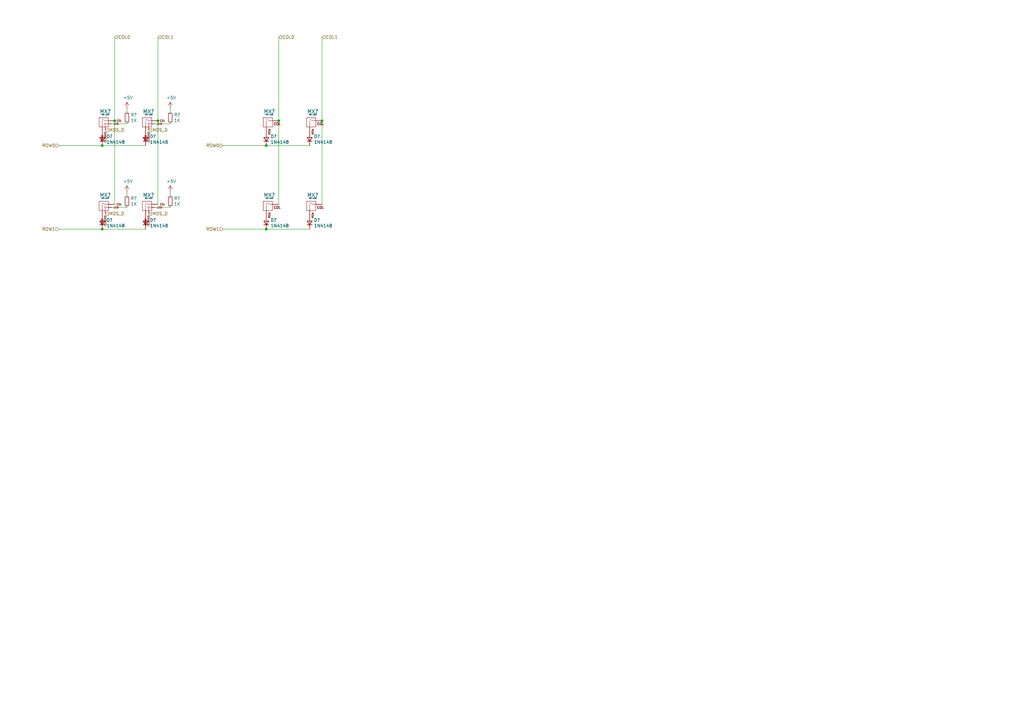
<source format=kicad_sch>
(kicad_sch (version 20211123) (generator eeschema)
  (paper "A3")
  (lib_symbols
    (symbol "Device:D_Small" (pin_numbers hide) (pin_names (offset 0.254) hide)
      (property "Reference" "D" (at -1.27 2.032 0))
      (property "Value" "D_Small" (at -3.81 -2.032 0))
      (symbol "D_Small_0_1"
        (polyline (pts (xy -0.762 -1.016) (xy -0.762 1.016)) (stroke (width 0.254)))
        (polyline (pts (xy -0.762 0) (xy 0.762 0)))
        (polyline (pts (xy 0.762 -1.016) (xy -0.762 0) (xy 0.762 1.016) (xy 0.762 -1.016)) (stroke (width 0.254)))
      )
      (symbol "D_Small_1_1"
        (pin passive line (at -2.54 0 0) (length 1.778) (name "K") (number "1"))
        (pin passive line (at 2.54 0 180) (length 1.778) (name "A") (number "2"))
      )
    )
    (symbol "Device:R_Small" (pin_numbers hide) (pin_names (offset 0.254) hide)
      (property "Reference" "R" (at 0.762 0.508 0))
      (property "Value" "R_Small" (at 0.762 -1.016 0))
      (symbol "R_Small_0_1"
        (rectangle (start -0.762 1.778) (end 0.762 -1.778) (stroke (width 0.2032)))
      )
      (symbol "R_Small_1_1"
        (pin passive line (at 0 2.54 270) (length 0.762) (name "~") (number "1"))
        (pin passive line (at 0 -2.54 90) (length 0.762) (name "~") (number "2"))
      )
    )
    (symbol "MX_Alps_Hybrid:MX-LED" (pin_names (offset 1.016))
      (property "Reference" "MX" (at -0.635 3.81 0))
      (property "Value" "MX-LED" (at -0.635 1.27 0))
      (symbol "MX-LED_0_0"
        (rectangle (start -2.54 2.54) (end 1.27 -1.27))
        (polyline (pts (xy -1.27 -1.27) (xy -1.27 1.27)) (stroke (width 0.127)))
        (polyline (pts (xy 0 -1.27) (xy 0 -0.635)) (stroke (width 0.127)))
        (polyline (pts (xy 1.27 0) (xy 0.635 0)) (stroke (width 0.127)))
        (polyline (pts (xy 1.27 1.27) (xy 0 1.27) (xy -1.27 1.905)) (stroke (width 0.127)))
        (circle (center 0 0) (radius 0.3556) (stroke (width 0.127)))
        (text "COL" (at 5.715 1.27 0) (effects (font (size 0.762 0.762) bold)))
        (text "LED" (at 4.445 0 0) (effects (font (size 0.762 0.762))))
        (text "ROW" (at -1.27 -4.445 900) (effects (font (size 0.762 0.762)) (justify right)))
      )
      (symbol "MX-LED_1_0"
        (text "LEDGND" (at 0 -3.175 900) (effects (font (size 0.762 0.762)) (justify right)))
      )
      (symbol "MX-LED_1_1"
        (pin passive line (at 3.81 1.27 180) (length 2.54) (name "COL") (number "1"))
        (pin passive line (at -1.27 -3.81 90) (length 2.54) (name "ROW") (number "2"))
        (pin input line (at 2.54 0 180) (length 1.27) (name "LED") (number "3"))
        (pin passive line (at 0 -2.54 90) (length 1.27) (name "LEDGND") (number "4"))
      )
    )
    (symbol "MX_Alps_Hybrid:MX-NoLED" (pin_names (offset 1.016))
      (property "Reference" "MX" (at -0.635 3.81 0))
      (property "Value" "MX-NoLED" (at -0.635 1.27 0))
      (symbol "MX-NoLED_0_0"
        (rectangle (start -2.54 2.54) (end 1.27 -1.27))
        (polyline (pts (xy -1.27 -1.27) (xy -1.27 1.27)) (stroke (width 0.127)))
        (polyline (pts (xy 1.27 1.27) (xy 0 1.27) (xy -1.27 1.905)) (stroke (width 0.127)))
        (text "COL" (at 3.175 0 0) (effects (font (size 0.9906 0.9906) bold)))
        (text "ROW" (at 0 -1.905 900) (effects (font (size 0.762 0.762)) (justify right)))
      )
      (symbol "MX-NoLED_1_1"
        (pin passive line (at 3.81 1.27 180) (length 2.54) (name "COL") (number "1"))
        (pin passive line (at -1.27 -3.81 90) (length 2.54) (name "ROW") (number "2"))
      )
    )
    (symbol "power:+5V" (power) (pin_names (offset 0))
      (property "Value" "+5V" (at 0 3.556 0))
      (symbol "+5V_0_1"
        (polyline (pts (xy -0.762 1.27) (xy 0 2.54)))
        (polyline (pts (xy 0 0) (xy 0 2.54)))
        (polyline (pts (xy 0 2.54) (xy 0.762 1.27)))
      )
      (symbol "+5V_1_1"
        (pin power_in line (at 0 0 90) (length 0) hide (name "+5V") (number "1"))
      )
    )
  )
  (junction (at 46.99 49.53))
  (junction (at 41.91 59.69))
  (junction (at 109.22 59.69))
  (junction (at 64.77 49.53))
  (junction (at 109.22 93.98))
  (junction (at 114.3 49.53))
  (junction (at 132.08 49.53))
  (junction (at 41.91 93.98))
  (wire (pts (xy 64.77 15.24) (xy 64.77 49.53)))
  (wire (pts (xy 109.22 93.98) (xy 91.44 93.98)))
  (wire (pts (xy 59.69 59.69) (xy 41.91 59.69)))
  (wire (pts (xy 41.91 93.98) (xy 24.13 93.98)))
  (wire (pts (xy 64.77 49.53) (xy 64.77 83.82)))
  (wire (pts (xy 63.5 50.8) (xy 69.85 50.8)))
  (wire (pts (xy 109.22 59.69) (xy 91.44 59.69)))
  (wire (pts (xy 52.07 44.45) (xy 52.07 45.72)))
  (wire (pts (xy 46.99 49.53) (xy 46.99 83.82)))
  (wire (pts (xy 127 59.69) (xy 109.22 59.69)))
  (wire (pts (xy 114.3 15.24) (xy 114.3 49.53)))
  (wire (pts (xy 45.72 50.8) (xy 52.07 50.8)))
  (wire (pts (xy 127 93.98) (xy 109.22 93.98)))
  (wire (pts (xy 46.99 15.24) (xy 46.99 49.53)))
  (wire (pts (xy 59.69 93.98) (xy 41.91 93.98)))
  (wire (pts (xy 69.85 78.74) (xy 69.85 80.01)))
  (wire (pts (xy 132.08 15.24) (xy 132.08 49.53)))
  (wire (pts (xy 52.07 78.74) (xy 52.07 80.01)))
  (wire (pts (xy 114.3 49.53) (xy 114.3 83.82)))
  (wire (pts (xy 63.5 85.09) (xy 69.85 85.09)))
  (wire (pts (xy 41.91 59.69) (xy 24.13 59.69)))
  (wire (pts (xy 45.72 85.09) (xy 52.07 85.09)))
  (wire (pts (xy 132.08 49.53) (xy 132.08 83.82)))
  (wire (pts (xy 69.85 44.45) (xy 69.85 45.72)))
  (hierarchical_label "ROW0" (shape input) (at 91.44 59.69 180))
  (hierarchical_label "MOS_D" (shape input) (at 43.18 87.63 0))
  (hierarchical_label "MOS_D" (shape input) (at 60.96 87.63 0))
  (hierarchical_label "COL1" (shape input) (at 132.08 15.24 0))
  (hierarchical_label "ROW1" (shape input) (at 24.13 93.98 180))
  (hierarchical_label "MOS_D" (shape input) (at 43.18 53.34 0))
  (hierarchical_label "COL0" (shape input) (at 114.3 15.24 0))
  (hierarchical_label "ROW0" (shape input) (at 24.13 59.69 180))
  (hierarchical_label "MOS_D" (shape input) (at 60.96 53.34 0))
  (hierarchical_label "COL1" (shape input) (at 64.77 15.24 0))
  (hierarchical_label "ROW1" (shape input) (at 91.44 93.98 180))
  (hierarchical_label "COL0" (shape input) (at 46.99 15.24 0))
  (symbol (lib_id "MX_Alps_Hybrid:MX-LED") (at 43.18 50.8 0) (unit 1)
    (property "Reference" "MX?" (at 43.18 45.72 0) (effects (font (size 1.524 1.524))))
    (property "Value" "MX-LED" (at 43.18 46.99 0) (effects (font (size 0.508 0.508))))
    (property "Footprint" "MX_Only:MXOnly-1U" (effects hide))
  )
  (symbol (lib_id "Device:R_Small") (at 52.07 48.26 0) (unit 1)
    (property "Reference" "R?" (at 53.5686 47.0916 0) (effects (justify left)))
    (property "Value" "1K" (at 53.5686 49.403 0) (effects (justify left)))
    (property "Footprint" "Resistor_SMD:R_0805_2012Metric" (effects hide))
  )
  (symbol (lib_id "power:+5V") (at 52.07 44.45 0) (unit 1)
    (property "Reference" "#PWR?" (effects hide))
    (property "Value" "+5V" (at 52.451 40.0558 0))
  )
  (symbol (lib_id "MX_Alps_Hybrid:MX-LED") (at 60.96 50.8 0) (unit 1)
    (property "Reference" "MX?" (at 60.96 45.72 0) (effects (font (size 1.524 1.524))))
    (property "Value" "MX-LED" (at 60.96 46.99 0) (effects (font (size 0.508 0.508))))
    (property "Footprint" "MX_Only:MXOnly-1U" (effects hide))
  )
  (symbol (lib_id "Device:R_Small") (at 69.85 48.26 0) (unit 1)
    (property "Reference" "R?" (at 71.3486 47.0916 0) (effects (justify left)))
    (property "Value" "1K" (at 71.3486 49.403 0) (effects (justify left)))
    (property "Footprint" "Resistor_SMD:R_0805_2012Metric" (effects hide))
  )
  (symbol (lib_id "power:+5V") (at 69.85 44.45 0) (unit 1)
    (property "Reference" "#PWR?" (effects hide))
    (property "Value" "+5V" (at 70.231 40.0558 0))
  )
  (symbol (lib_id "MX_Alps_Hybrid:MX-LED") (at 43.18 85.09 0) (unit 1)
    (property "Reference" "MX?" (at 43.18 80.01 0) (effects (font (size 1.524 1.524))))
    (property "Value" "MX-LED" (at 43.18 81.28 0) (effects (font (size 0.508 0.508))))
    (property "Footprint" "MX_Only:MXOnly-1.5U" (effects hide))
  )
  (symbol (lib_id "Device:R_Small") (at 52.07 82.55 0) (unit 1)
    (property "Reference" "R?" (at 53.5686 81.3816 0) (effects (justify left)))
    (property "Value" "1K" (at 53.5686 83.693 0) (effects (justify left)))
    (property "Footprint" "Resistor_SMD:R_0805_2012Metric" (effects hide))
  )
  (symbol (lib_id "power:+5V") (at 52.07 78.74 0) (unit 1)
    (property "Reference" "#PWR?" (effects hide))
    (property "Value" "+5V" (at 52.451 74.3458 0))
  )
  (symbol (lib_id "MX_Alps_Hybrid:MX-LED") (at 60.96 85.09 0) (unit 1)
    (property "Reference" "MX?" (at 60.96 80.01 0) (effects (font (size 1.524 1.524))))
    (property "Value" "MX-LED" (at 60.96 81.28 0) (effects (font (size 0.508 0.508))))
    (property "Footprint" "MX_Only:MXOnly-1U" (effects hide))
  )
  (symbol (lib_id "Device:R_Small") (at 69.85 82.55 0) (unit 1)
    (property "Reference" "R?" (at 71.3486 81.3816 0) (effects (justify left)))
    (property "Value" "1K" (at 71.3486 83.693 0) (effects (justify left)))
    (property "Footprint" "Resistor_SMD:R_0805_2012Metric" (effects hide))
  )
  (symbol (lib_id "power:+5V") (at 69.85 78.74 0) (unit 1)
    (property "Reference" "#PWR?" (effects hide))
    (property "Value" "+5V" (at 70.231 74.3458 0))
  )
  (symbol (lib_id "Device:D_Small") (at 41.91 91.44 90) (unit 1)
    (property "Reference" "D?" (at 43.6372 90.2716 90) (effects (justify right)))
    (property "Value" "1N4148" (at 43.6372 92.583 90) (effects (justify right)))
    (property "Footprint" "random-keyboard-parts:D_SOD-123-Pretty" (effects hide))
  )
  (symbol (lib_id "Device:D_Small") (at 59.69 91.44 90) (unit 1)
    (property "Reference" "D?" (at 61.4172 90.2716 90) (effects (justify right)))
    (property "Value" "1N4148" (at 61.4172 92.583 90) (effects (justify right)))
    (property "Footprint" "random-keyboard-parts:D_SOD-123-Pretty" (effects hide))
  )
  (symbol (lib_id "Device:D_Small") (at 41.91 57.15 90) (unit 1)
    (property "Reference" "D?" (at 43.6372 55.9816 90) (effects (justify right)))
    (property "Value" "1N4148" (at 43.6372 58.293 90) (effects (justify right)))
    (property "Footprint" "random-keyboard-parts:D_SOD-123-Pretty" (effects hide))
  )
  (symbol (lib_id "Device:D_Small") (at 59.69 57.15 90) (unit 1)
    (property "Reference" "D?" (at 61.4172 55.9816 90) (effects (justify right)))
    (property "Value" "1N4148" (at 61.4172 58.293 90) (effects (justify right)))
    (property "Footprint" "random-keyboard-parts:D_SOD-123-Pretty" (effects hide))
  )
  (symbol (lib_id "MX_Alps_Hybrid:MX-NoLED") (at 110.49 50.8 0) (unit 1)
    (property "Reference" "MX?" (at 110.49 45.72 0) (effects (font (size 1.524 1.524))))
    (property "Value" "MX-LED" (at 110.49 46.99 0) (effects (font (size 0.508 0.508))))
    (property "Footprint" "MX_Only:MXOnly-1U" (effects hide))
  )
  (symbol (lib_id "MX_Alps_Hybrid:MX-NoLED") (at 128.27 50.8 0) (unit 1)
    (property "Reference" "MX?" (at 128.27 45.72 0) (effects (font (size 1.524 1.524))))
    (property "Value" "MX-LED" (at 128.27 46.99 0) (effects (font (size 0.508 0.508))))
    (property "Footprint" "MX_Only:MXOnly-1U" (effects hide))
  )
  (symbol (lib_id "MX_Alps_Hybrid:MX-NoLED") (at 110.49 85.09 0) (unit 1)
    (property "Reference" "MX?" (at 110.49 80.01 0) (effects (font (size 1.524 1.524))))
    (property "Value" "MX-LED" (at 110.49 81.28 0) (effects (font (size 0.508 0.508))))
    (property "Footprint" "MX_Only:MXOnly-1.5U" (effects hide))
  )
  (symbol (lib_id "MX_Alps_Hybrid:MX-NoLED") (at 128.27 85.09 0) (unit 1)
    (property "Reference" "MX?" (at 128.27 80.01 0) (effects (font (size 1.524 1.524))))
    (property "Value" "MX-LED" (at 128.27 81.28 0) (effects (font (size 0.508 0.508))))
    (property "Footprint" "MX_Only:MXOnly-1U" (effects hide))
  )
  (symbol (lib_id "Device:D_Small") (at 109.22 91.44 90) (unit 1)
    (property "Reference" "D?" (at 110.9472 90.2716 90) (effects (justify right)))
    (property "Value" "1N4148" (at 110.9472 92.583 90) (effects (justify right)))
    (property "Footprint" "random-keyboard-parts:D_SOD-123-Pretty" (effects hide))
  )
  (symbol (lib_id "Device:D_Small") (at 127 91.44 90) (unit 1)
    (property "Reference" "D?" (at 128.7272 90.2716 90) (effects (justify right)))
    (property "Value" "1N4148" (at 128.7272 92.583 90) (effects (justify right)))
    (property "Footprint" "random-keyboard-parts:D_SOD-123-Pretty" (effects hide))
  )
  (symbol (lib_id "Device:D_Small") (at 109.22 57.15 90) (unit 1)
    (property "Reference" "D?" (at 110.9472 55.9816 90) (effects (justify right)))
    (property "Value" "1N4148" (at 110.9472 58.293 90) (effects (justify right)))
    (property "Footprint" "random-keyboard-parts:D_SOD-123-Pretty" (effects hide))
  )
  (symbol (lib_id "Device:D_Small") (at 127 57.15 90) (unit 1)
    (property "Reference" "D?" (at 128.7272 55.9816 90) (effects (justify right)))
    (property "Value" "1N4148" (at 128.7272 58.293 90) (effects (justify right)))
    (property "Footprint" "random-keyboard-parts:D_SOD-123-Pretty" (effects hide))
  )
)
</source>
